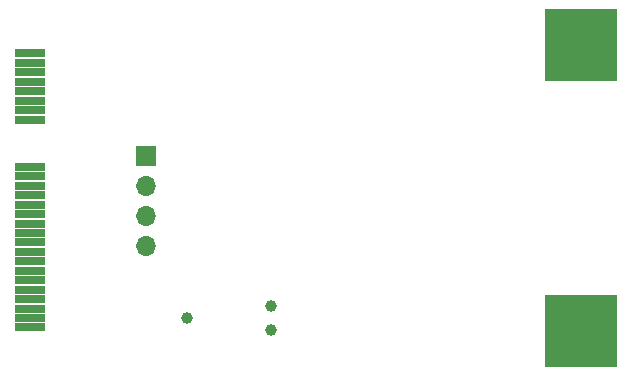
<source format=gbs>
G04 #@! TF.FileFunction,Soldermask,Bot*
%FSLAX46Y46*%
G04 Gerber Fmt 4.6, Leading zero omitted, Abs format (unit mm)*
G04 Created by KiCad (PCBNEW 4.0.4-stable) date 01/24/17 10:41:02*
%MOMM*%
%LPD*%
G01*
G04 APERTURE LIST*
%ADD10C,0.150000*%
%ADD11R,1.700000X1.700000*%
%ADD12O,1.700000X1.700000*%
%ADD13C,1.000000*%
%ADD14R,6.104800X6.104800*%
%ADD15R,2.500000X0.800000*%
G04 APERTURE END LIST*
D10*
D11*
X126619000Y-78740000D03*
D12*
X126619000Y-81280000D03*
X126619000Y-83820000D03*
X126619000Y-86360000D03*
D13*
X130040500Y-92456000D03*
X137140500Y-91456000D03*
X137140500Y-93456000D03*
D14*
X163394000Y-69372000D03*
X163394000Y-93572000D03*
D15*
X116744000Y-70072000D03*
X116744000Y-70872000D03*
X116744000Y-71672000D03*
X116744000Y-72472000D03*
X116744000Y-73272000D03*
X116744000Y-74072000D03*
X116744000Y-74872000D03*
X116744000Y-75672000D03*
X116744000Y-79672000D03*
X116744000Y-80472000D03*
X116744000Y-81272000D03*
X116744000Y-82072000D03*
X116744000Y-82872000D03*
X116744000Y-83672000D03*
X116744000Y-84472000D03*
X116744000Y-85272000D03*
X116744000Y-86072000D03*
X116744000Y-86872000D03*
X116744000Y-87672000D03*
X116744000Y-88472000D03*
X116744000Y-89272000D03*
X116744000Y-90072000D03*
X116744000Y-90872000D03*
X116744000Y-91672000D03*
X116744000Y-92472000D03*
X116744000Y-93272000D03*
M02*

</source>
